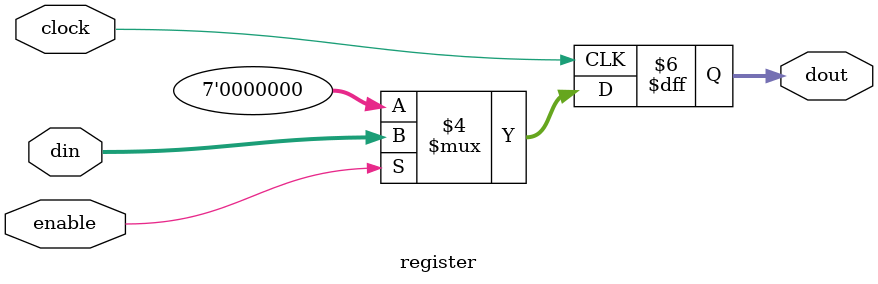
<source format=v>
`timescale 1ns / 1ps
module register(
input clock, 
input [6:0] din,
input enable, 
output reg [6:0] dout
    );

initial 
	begin 
	dout = 7'b0000000;
	end 
	
always @ (posedge clock )
	begin
		if(enable)
			dout = din;
		else 
			dout = 7'b0000000;
	end	
	
endmodule

</source>
